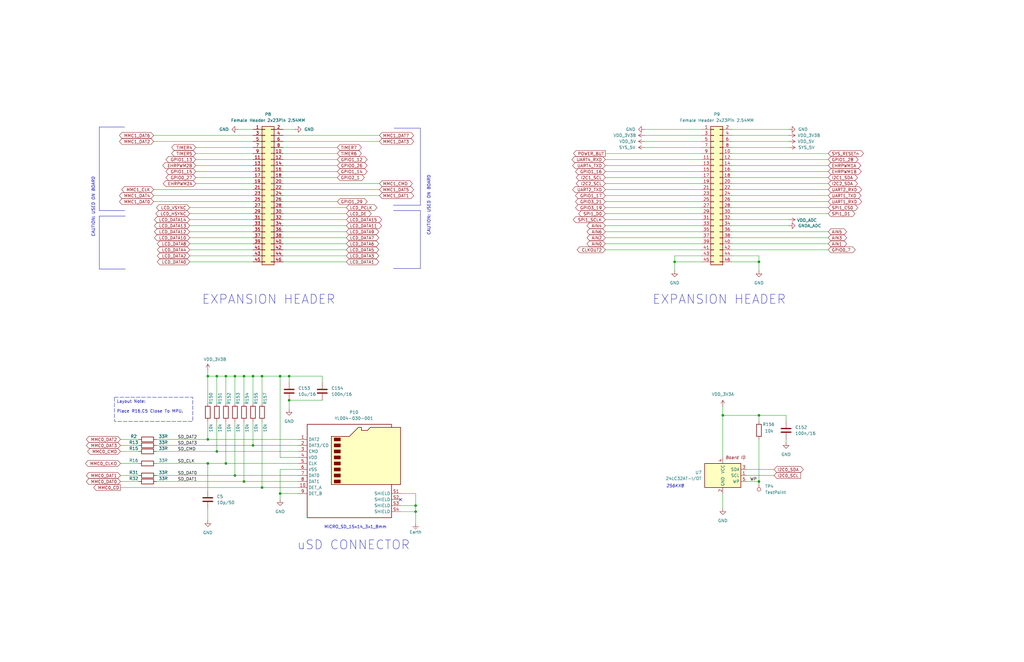
<source format=kicad_sch>
(kicad_sch (version 20231120) (generator "eeschema") (generator_version "8.0")
  (paper "B")
  (title_block (title "EXP CONN, uSD"))
  (lib_symbols
    (symbol "MT41K256M16TW-107_P:AT24CS32-STUM"
      (property "Reference" "U" (at -7.62 6.35 0))
      (property "Value" "AT24CS32-STUM" (at 2.54 -6.35 0))
      (symbol "AT24CS32-STUM_1_1"
        (rectangle (start -7.62 5.08) (end 7.62 -5.08) (stroke (width 0.254)) (fill (type background)))
        (pin input line (at 10.16 0 180) (length 2.54) (name "SCL") (number "1"))
        (pin power_in line (at 0 -7.62 90) (length 2.54) (name "GND") (number "2"))
        (pin bidirectional line (at 10.16 2.54 180) (length 2.54) (name "SDA") (number "3"))
        (pin power_in line (at 0 7.62 270) (length 2.54) (name "VCC") (number "4"))
        (pin input line (at 10.16 -2.54 180) (length 2.54) (name "WP") (number "5"))
      )
    )
    (symbol "MT41K256M16TW-107_P:C" (pin_numbers hide) (pin_names (offset 0.254))
      (property "Reference" "C" (at 0.635 2.54 0))
      (property "Value" "C" (at 0.635 -2.54 0))
      (symbol "C_0_1"
        (polyline (pts (xy -2.032 -0.762) (xy 2.032 -0.762)) (stroke (width 0.508)))
        (polyline (pts (xy -2.032 0.762) (xy 2.032 0.762)) (stroke (width 0.508)))
      )
      (symbol "C_1_1"
        (pin passive line (at 0 3.81 270) (length 2.794) (name "~") (number "1"))
        (pin passive line (at 0 -3.81 90) (length 2.794) (name "~") (number "2"))
      )
    )
    (symbol "MT41K256M16TW-107_P:Conn_02x23_Odd_Even" (pin_names (offset 1.016) hide)
      (property "Reference" "J" (at 1.27 30.48 0))
      (property "Value" "Conn_02x23_Odd_Even" (at 1.27 -30.48 0))
      (symbol "Conn_02x23_Odd_Even_1_1"
        (rectangle (start -1.27 -27.813) (end 0 -28.067) (stroke (width 0.1524)))
        (rectangle (start -1.27 -25.273) (end 0 -25.527) (stroke (width 0.1524)))
        (rectangle (start -1.27 -22.733) (end 0 -22.987) (stroke (width 0.1524)))
        (rectangle (start -1.27 -20.193) (end 0 -20.447) (stroke (width 0.1524)))
        (rectangle (start -1.27 -17.653) (end 0 -17.907) (stroke (width 0.1524)))
        (rectangle (start -1.27 -15.113) (end 0 -15.367) (stroke (width 0.1524)))
        (rectangle (start -1.27 -12.573) (end 0 -12.827) (stroke (width 0.1524)))
        (rectangle (start -1.27 -10.033) (end 0 -10.287) (stroke (width 0.1524)))
        (rectangle (start -1.27 -7.493) (end 0 -7.747) (stroke (width 0.1524)))
        (rectangle (start -1.27 -4.953) (end 0 -5.207) (stroke (width 0.1524)))
        (rectangle (start -1.27 -2.413) (end 0 -2.667) (stroke (width 0.1524)))
        (rectangle (start -1.27 0.127) (end 0 -0.127) (stroke (width 0.1524)))
        (rectangle (start -1.27 2.667) (end 0 2.413) (stroke (width 0.1524)))
        (rectangle (start -1.27 5.207) (end 0 4.953) (stroke (width 0.1524)))
        (rectangle (start -1.27 7.747) (end 0 7.493) (stroke (width 0.1524)))
        (rectangle (start -1.27 10.287) (end 0 10.033) (stroke (width 0.1524)))
        (rectangle (start -1.27 12.827) (end 0 12.573) (stroke (width 0.1524)))
        (rectangle (start -1.27 15.367) (end 0 15.113) (stroke (width 0.1524)))
        (rectangle (start -1.27 17.907) (end 0 17.653) (stroke (width 0.1524)))
        (rectangle (start -1.27 20.447) (end 0 20.193) (stroke (width 0.1524)))
        (rectangle (start -1.27 22.987) (end 0 22.733) (stroke (width 0.1524)))
        (rectangle (start -1.27 25.527) (end 0 25.273) (stroke (width 0.1524)))
        (rectangle (start -1.27 28.067) (end 0 27.813) (stroke (width 0.1524)))
        (rectangle (start -1.27 29.21) (end 3.81 -29.21) (stroke (width 0.254)) (fill (type background)))
        (rectangle (start 3.81 -27.813) (end 2.54 -28.067) (stroke (width 0.1524)))
        (rectangle (start 3.81 -25.273) (end 2.54 -25.527) (stroke (width 0.1524)))
        (rectangle (start 3.81 -22.733) (end 2.54 -22.987) (stroke (width 0.1524)))
        (rectangle (start 3.81 -20.193) (end 2.54 -20.447) (stroke (width 0.1524)))
        (rectangle (start 3.81 -17.653) (end 2.54 -17.907) (stroke (width 0.1524)))
        (rectangle (start 3.81 -15.113) (end 2.54 -15.367) (stroke (width 0.1524)))
        (rectangle (start 3.81 -12.573) (end 2.54 -12.827) (stroke (width 0.1524)))
        (rectangle (start 3.81 -10.033) (end 2.54 -10.287) (stroke (width 0.1524)))
        (rectangle (start 3.81 -7.493) (end 2.54 -7.747) (stroke (width 0.1524)))
        (rectangle (start 3.81 -4.953) (end 2.54 -5.207) (stroke (width 0.1524)))
        (rectangle (start 3.81 -2.413) (end 2.54 -2.667) (stroke (width 0.1524)))
        (rectangle (start 3.81 0.127) (end 2.54 -0.127) (stroke (width 0.1524)))
        (rectangle (start 3.81 2.667) (end 2.54 2.413) (stroke (width 0.1524)))
        (rectangle (start 3.81 5.207) (end 2.54 4.953) (stroke (width 0.1524)))
        (rectangle (start 3.81 7.747) (end 2.54 7.493) (stroke (width 0.1524)))
        (rectangle (start 3.81 10.287) (end 2.54 10.033) (stroke (width 0.1524)))
        (rectangle (start 3.81 12.827) (end 2.54 12.573) (stroke (width 0.1524)))
        (rectangle (start 3.81 15.367) (end 2.54 15.113) (stroke (width 0.1524)))
        (rectangle (start 3.81 17.907) (end 2.54 17.653) (stroke (width 0.1524)))
        (rectangle (start 3.81 20.447) (end 2.54 20.193) (stroke (width 0.1524)))
        (rectangle (start 3.81 22.987) (end 2.54 22.733) (stroke (width 0.1524)))
        (rectangle (start 3.81 25.527) (end 2.54 25.273) (stroke (width 0.1524)))
        (rectangle (start 3.81 28.067) (end 2.54 27.813) (stroke (width 0.1524)))
        (pin passive line (at -5.08 27.94 0) (length 3.81) (name "Pin_1") (number "1"))
        (pin passive line (at 7.62 17.78 180) (length 3.81) (name "Pin_10") (number "10"))
        (pin passive line (at -5.08 15.24 0) (length 3.81) (name "Pin_11") (number "11"))
        (pin passive line (at 7.62 15.24 180) (length 3.81) (name "Pin_12") (number "12"))
        (pin passive line (at -5.08 12.7 0) (length 3.81) (name "Pin_13") (number "13"))
        (pin passive line (at 7.62 12.7 180) (length 3.81) (name "Pin_14") (number "14"))
        (pin passive line (at -5.08 10.16 0) (length 3.81) (name "Pin_15") (number "15"))
        (pin passive line (at 7.62 10.16 180) (length 3.81) (name "Pin_16") (number "16"))
        (pin passive line (at -5.08 7.62 0) (length 3.81) (name "Pin_17") (number "17"))
        (pin passive line (at 7.62 7.62 180) (length 3.81) (name "Pin_18") (number "18"))
        (pin passive line (at -5.08 5.08 0) (length 3.81) (name "Pin_19") (number "19"))
        (pin passive line (at 7.62 27.94 180) (length 3.81) (name "Pin_2") (number "2"))
        (pin passive line (at 7.62 5.08 180) (length 3.81) (name "Pin_20") (number "20"))
        (pin passive line (at -5.08 2.54 0) (length 3.81) (name "Pin_21") (number "21"))
        (pin passive line (at 7.62 2.54 180) (length 3.81) (name "Pin_22") (number "22"))
        (pin passive line (at -5.08 0 0) (length 3.81) (name "Pin_23") (number "23"))
        (pin passive line (at 7.62 0 180) (length 3.81) (name "Pin_24") (number "24"))
        (pin passive line (at -5.08 -2.54 0) (length 3.81) (name "Pin_25") (number "25"))
        (pin passive line (at 7.62 -2.54 180) (length 3.81) (name "Pin_26") (number "26"))
        (pin passive line (at -5.08 -5.08 0) (length 3.81) (name "Pin_27") (number "27"))
        (pin passive line (at 7.62 -5.08 180) (length 3.81) (name "Pin_28") (number "28"))
        (pin passive line (at -5.08 -7.62 0) (length 3.81) (name "Pin_29") (number "29"))
        (pin passive line (at -5.08 25.4 0) (length 3.81) (name "Pin_3") (number "3"))
        (pin passive line (at 7.62 -7.62 180) (length 3.81) (name "Pin_30") (number "30"))
        (pin passive line (at -5.08 -10.16 0) (length 3.81) (name "Pin_31") (number "31"))
        (pin passive line (at 7.62 -10.16 180) (length 3.81) (name "Pin_32") (number "32"))
        (pin passive line (at -5.08 -12.7 0) (length 3.81) (name "Pin_33") (number "33"))
        (pin passive line (at 7.62 -12.7 180) (length 3.81) (name "Pin_34") (number "34"))
        (pin passive line (at -5.08 -15.24 0) (length 3.81) (name "Pin_35") (number "35"))
        (pin passive line (at 7.62 -15.24 180) (length 3.81) (name "Pin_36") (number "36"))
        (pin passive line (at -5.08 -17.78 0) (length 3.81) (name "Pin_37") (number "37"))
        (pin passive line (at 7.62 -17.78 180) (length 3.81) (name "Pin_38") (number "38"))
        (pin passive line (at -5.08 -20.32 0) (length 3.81) (name "Pin_39") (number "39"))
        (pin passive line (at 7.62 25.4 180) (length 3.81) (name "Pin_4") (number "4"))
        (pin passive line (at 7.62 -20.32 180) (length 3.81) (name "Pin_40") (number "40"))
        (pin passive line (at -5.08 -22.86 0) (length 3.81) (name "Pin_41") (number "41"))
        (pin passive line (at 7.62 -22.86 180) (length 3.81) (name "Pin_42") (number "42"))
        (pin passive line (at -5.08 -25.4 0) (length 3.81) (name "Pin_43") (number "43"))
        (pin passive line (at 7.62 -25.4 180) (length 3.81) (name "Pin_44") (number "44"))
        (pin passive line (at -5.08 -27.94 0) (length 3.81) (name "Pin_45") (number "45"))
        (pin passive line (at 7.62 -27.94 180) (length 3.81) (name "Pin_46") (number "46"))
        (pin passive line (at -5.08 22.86 0) (length 3.81) (name "Pin_5") (number "5"))
        (pin passive line (at 7.62 22.86 180) (length 3.81) (name "Pin_6") (number "6"))
        (pin passive line (at -5.08 20.32 0) (length 3.81) (name "Pin_7") (number "7"))
        (pin passive line (at 7.62 20.32 180) (length 3.81) (name "Pin_8") (number "8"))
        (pin passive line (at -5.08 17.78 0) (length 3.81) (name "Pin_9") (number "9"))
      )
    )
    (symbol "MT41K256M16TW-107_P:Micro_SD_Card_Det2"
      (property "Reference" "J2" (at 0.635 21.59 0))
      (property "Value" "Micro_SD_Card_Det2" (at 0.635 19.05 0))
      (symbol "Micro_SD_Card_Det2_0_1"
        (rectangle (start -7.62 -6.985) (end -5.08 -8.255) (stroke (width 0.254)) (fill (type outline)))
        (rectangle (start -7.62 -4.445) (end -5.08 -5.715) (stroke (width 0.254)) (fill (type outline)))
        (rectangle (start -7.62 -1.905) (end -5.08 -3.175) (stroke (width 0.254)) (fill (type outline)))
        (rectangle (start -7.62 0.635) (end -5.08 -0.635) (stroke (width 0.254)) (fill (type outline)))
        (rectangle (start -7.62 3.175) (end -5.08 1.905) (stroke (width 0.254)) (fill (type outline)))
        (rectangle (start -7.62 5.715) (end -5.08 4.445) (stroke (width 0.254)) (fill (type outline)))
        (rectangle (start -7.62 8.255) (end -5.08 6.985) (stroke (width 0.254)) (fill (type outline)))
        (rectangle (start -7.62 10.795) (end -5.08 9.525) (stroke (width 0.254)) (fill (type outline)))
        (polyline (pts (xy 16.51 15.24) (xy 16.51 16.51) (xy -19.05 16.51) (xy -19.05 -22.86) (xy 16.51 -22.86) (xy 16.51 -8.89)) (stroke (width 0.254)))
        (polyline (pts (xy -8.89 -8.89) (xy -8.89 11.43) (xy -1.27 11.43) (xy 2.54 15.24) (xy 3.81 15.24) (xy 3.81 13.97) (xy 6.35 13.97) (xy 7.62 15.24) (xy 20.32 15.24) (xy 20.32 -8.89) (xy -8.89 -8.89)) (stroke (width 0.254)) (fill (type background)))
      )
      (symbol "Micro_SD_Card_Det2_1_1"
        (pin bidirectional line (at -22.86 10.16 0) (length 3.81) (name "DAT2") (number "1"))
        (pin passive line (at -22.86 -10.16 0) (length 3.81) (name "DET_A") (number "10"))
        (pin bidirectional line (at -22.86 7.62 0) (length 3.81) (name "DAT3/CD") (number "2"))
        (pin input line (at -22.86 5.08 0) (length 3.81) (name "CMD") (number "3"))
        (pin power_in line (at -22.86 2.54 0) (length 3.81) (name "VDD") (number "4"))
        (pin input line (at -22.86 0 0) (length 3.81) (name "CLK") (number "5"))
        (pin power_in line (at -22.86 -2.54 0) (length 3.81) (name "VSS") (number "6"))
        (pin bidirectional line (at -22.86 -5.08 0) (length 3.81) (name "DAT0") (number "7"))
        (pin bidirectional line (at -22.86 -7.62 0) (length 3.81) (name "DAT1") (number "8"))
        (pin passive line (at -22.86 -12.7 0) (length 3.81) (name "DET_B") (number "9"))
        (pin passive line (at 20.32 -12.7 180) (length 3.81) (name "SHIELD") (number "S1"))
        (pin passive line (at 20.32 -15.24 180) (length 3.81) (name "SHIELD") (number "S2"))
        (pin passive line (at 20.32 -17.78 180) (length 3.81) (name "SHIELD") (number "S3"))
        (pin passive line (at 20.32 -20.32 180) (length 3.81) (name "SHIELD") (number "S4"))
      )
    )
    (symbol "MT41K256M16TW-107_P:R" (pin_numbers hide) (pin_names (offset 0))
      (property "Reference" "R" (at 2.032 0 90))
      (property "Value" "R" (at 0 0 90))
      (symbol "R_0_1"
        (rectangle (start -1.016 -2.54) (end 1.016 2.54) (stroke (width 0.254)))
      )
      (symbol "R_1_1"
        (pin passive line (at 0 3.81 270) (length 1.27) (name "~") (number "1"))
        (pin passive line (at 0 -3.81 90) (length 1.27) (name "~") (number "2"))
      )
    )
    (symbol "MT41K256M16TW-107_P:TestPoint" (pin_numbers hide) (pin_names (offset 0.762) hide)
      (property "Reference" "TP" (at 0 6.858 0))
      (property "Value" "TestPoint" (at 0 5.08 0))
      (symbol "TestPoint_0_1"
        (circle (center 0 3.302) (radius 0.762))
      )
      (symbol "TestPoint_1_1"
        (pin passive line (at 0 0 90) (length 2.54) (name "1") (number "1"))
      )
    )
    (symbol "power:Earth" (power) (pin_numbers hide) (pin_names (offset 0) hide)
      (property "Value" "Earth" (at 0 -3.81 0))
      (symbol "Earth_0_1"
        (polyline (pts (xy -0.635 -1.905) (xy 0.635 -1.905)))
        (polyline (pts (xy -0.127 -2.54) (xy 0.127 -2.54)))
        (polyline (pts (xy 0 -1.27) (xy 0 0)))
        (polyline (pts (xy 1.27 -1.27) (xy -1.27 -1.27)))
      )
      (symbol "Earth_1_1"
        (pin power_in line (at 0 0 270) (length 0) (name "~") (number "1"))
      )
    )
    (symbol "power:GND" (power) (pin_numbers hide) (pin_names (offset 0) hide)
      (property "Value" "GND" (at 0 -3.81 0))
      (symbol "GND_0_1"
        (polyline (pts (xy 0 0) (xy 0 -1.27) (xy 1.27 -1.27) (xy 0 -2.54) (xy -1.27 -1.27) (xy 0 -1.27)))
      )
      (symbol "GND_1_1"
        (pin power_in line (at 0 0 270) (length 0) (name "~") (number "1"))
      )
    )
    (symbol "power:VD" (power) (pin_numbers hide) (pin_names (offset 0) hide)
      (property "Value" "VD" (at 0 3.556 0))
      (symbol "VD_0_1"
        (polyline (pts (xy -0.762 1.27) (xy 0 2.54)))
        (polyline (pts (xy 0 0) (xy 0 2.54)))
        (polyline (pts (xy 0 2.54) (xy 0.762 1.27)))
      )
      (symbol "VD_1_1"
        (pin power_in line (at 0 0 90) (length 0) (name "~") (number "1"))
      )
    )
  )
  (junction (at 95.25 195.58))
  (junction (at 121.92 168.91))
  (junction (at 87.63 185.42))
  (junction (at 118.11 158.75))
  (junction (at 175.26 213.36))
  (junction (at 99.06 158.75))
  (junction (at 175.26 215.9))
  (junction (at 102.87 203.2))
  (junction (at 87.63 158.75))
  (junction (at 99.06 200.66))
  (junction (at 121.92 158.75))
  (junction (at 91.44 158.75))
  (junction (at 106.68 187.96))
  (junction (at 320.04 110.49))
  (junction (at 320.04 203.2))
  (junction (at 118.11 208.28))
  (junction (at 102.87 158.75))
  (junction (at 110.49 158.75))
  (junction (at 87.63 195.58))
  (junction (at 95.25 158.75))
  (junction (at 110.49 205.74))
  (junction (at 320.04 175.26))
  (junction (at 106.68 158.75))
  (junction (at 304.8 175.26))
  (junction (at 91.44 190.5))
  (junction (at 284.48 110.49))
  (no_connect (at 168.91 210.82))
  (wire (pts (xy 82.55 62.23) (xy 106.68 62.23)))
  (wire (pts (xy 308.61 62.23) (xy 332.74 62.23)))
  (wire (pts (xy 119.38 57.15) (xy 160.02 57.15)))
  (wire (pts (xy 91.44 177.8) (xy 91.44 190.5)))
  (wire (pts (xy 125.73 198.12) (xy 118.11 198.12)))
  (wire (pts (xy 118.11 193.04) (xy 125.73 193.04)))
  (wire (pts (xy 66.04 200.66) (xy 99.06 200.66)))
  (wire (pts (xy 80.01 107.95) (xy 106.68 107.95)))
  (wire (pts (xy 255.27 77.47) (xy 295.91 77.47)))
  (wire (pts (xy 119.38 77.47) (xy 160.02 77.47)))
  (wire (pts (xy 255.27 67.31) (xy 295.91 67.31)))
  (wire (pts (xy 80.01 105.41) (xy 106.68 105.41)))
  (wire (pts (xy 99.06 177.8) (xy 99.06 200.66)))
  (wire (pts (xy 119.38 105.41) (xy 146.05 105.41)))
  (wire (pts (xy 255.27 105.41) (xy 295.91 105.41)))
  (wire (pts (xy 121.92 158.75) (xy 121.92 161.29)))
  (wire (pts (xy 66.04 195.58) (xy 87.63 195.58)))
  (wire (pts (xy 66.04 185.42) (xy 87.63 185.42)))
  (wire (pts (xy 255.27 80.01) (xy 295.91 80.01)))
  (wire (pts (xy 255.27 100.33) (xy 295.91 100.33)))
  (wire (pts (xy 255.27 102.87) (xy 295.91 102.87)))
  (wire (pts (xy 255.27 90.17) (xy 295.91 90.17)))
  (wire (pts (xy 308.61 105.41) (xy 349.25 105.41)))
  (wire (pts (xy 308.61 95.25) (xy 332.74 95.25)))
  (wire (pts (xy 87.63 177.8) (xy 87.63 185.42)))
  (wire (pts (xy 50.8 200.66) (xy 58.42 200.66)))
  (wire (pts (xy 255.27 97.79) (xy 295.91 97.79)))
  (wire (pts (xy 308.61 54.61) (xy 332.74 54.61)))
  (wire (pts (xy 102.87 177.8) (xy 102.87 203.2)))
  (wire (pts (xy 119.38 64.77) (xy 142.24 64.77)))
  (wire (pts (xy 320.04 175.26) (xy 304.8 175.26)))
  (wire (pts (xy 106.68 187.96) (xy 125.73 187.96)))
  (wire (pts (xy 100.33 54.61) (xy 106.68 54.61)))
  (wire (pts (xy 255.27 72.39) (xy 295.91 72.39)))
  (wire (pts (xy 95.25 158.75) (xy 99.06 158.75)))
  (wire (pts (xy 119.38 59.69) (xy 160.02 59.69)))
  (wire (pts (xy 64.77 80.01) (xy 106.68 80.01)))
  (wire (pts (xy 50.8 203.2) (xy 58.42 203.2)))
  (wire (pts (xy 308.61 82.55) (xy 349.25 82.55)))
  (wire (pts (xy 87.63 195.58) (xy 87.63 207.01)))
  (polyline (pts (xy 177.292 54.102) (xy 177.292 86.614)))
  (wire (pts (xy 80.01 100.33) (xy 106.68 100.33)))
  (polyline (pts (xy 166.116 54.102) (xy 177.292 54.102)))
  (wire (pts (xy 331.47 175.26) (xy 331.47 177.8)))
  (wire (pts (xy 118.11 198.12) (xy 118.11 208.28)))
  (wire (pts (xy 87.63 219.71) (xy 87.63 214.63)))
  (wire (pts (xy 64.77 59.69) (xy 106.68 59.69)))
  (wire (pts (xy 95.25 195.58) (xy 125.73 195.58)))
  (wire (pts (xy 168.91 215.9) (xy 175.26 215.9)))
  (wire (pts (xy 304.8 214.63) (xy 304.8 208.28)))
  (wire (pts (xy 80.01 87.63) (xy 106.68 87.63)))
  (polyline (pts (xy 165.862 113.284) (xy 177.292 113.284)))
  (wire (pts (xy 308.61 74.93) (xy 349.25 74.93)))
  (wire (pts (xy 64.77 82.55) (xy 106.68 82.55)))
  (wire (pts (xy 102.87 158.75) (xy 102.87 170.18)))
  (wire (pts (xy 99.06 158.75) (xy 102.87 158.75)))
  (wire (pts (xy 66.04 190.5) (xy 91.44 190.5)))
  (wire (pts (xy 308.61 102.87) (xy 349.25 102.87)))
  (wire (pts (xy 308.61 85.09) (xy 349.25 85.09)))
  (wire (pts (xy 102.87 158.75) (xy 106.68 158.75)))
  (wire (pts (xy 314.96 200.66) (xy 326.39 200.66)))
  (wire (pts (xy 50.8 187.96) (xy 58.42 187.96)))
  (wire (pts (xy 175.26 208.28) (xy 175.26 213.36)))
  (wire (pts (xy 118.11 208.28) (xy 125.73 208.28)))
  (wire (pts (xy 64.77 85.09) (xy 106.68 85.09)))
  (wire (pts (xy 110.49 158.75) (xy 118.11 158.75)))
  (wire (pts (xy 82.55 77.47) (xy 106.68 77.47)))
  (wire (pts (xy 119.38 62.23) (xy 142.24 62.23)))
  (wire (pts (xy 308.61 90.17) (xy 349.25 90.17)))
  (wire (pts (xy 50.8 195.58) (xy 58.42 195.58)))
  (wire (pts (xy 91.44 158.75) (xy 95.25 158.75)))
  (wire (pts (xy 119.38 110.49) (xy 146.05 110.49)))
  (wire (pts (xy 320.04 110.49) (xy 320.04 114.3)))
  (wire (pts (xy 308.61 67.31) (xy 349.25 67.31)))
  (wire (pts (xy 82.55 74.93) (xy 106.68 74.93)))
  (wire (pts (xy 66.04 187.96) (xy 106.68 187.96)))
  (wire (pts (xy 308.61 110.49) (xy 320.04 110.49)))
  (wire (pts (xy 106.68 158.75) (xy 106.68 170.18)))
  (wire (pts (xy 80.01 110.49) (xy 106.68 110.49)))
  (wire (pts (xy 119.38 80.01) (xy 160.02 80.01)))
  (wire (pts (xy 118.11 158.75) (xy 118.11 193.04)))
  (wire (pts (xy 295.91 107.95) (xy 284.48 107.95)))
  (wire (pts (xy 168.91 208.28) (xy 175.26 208.28)))
  (wire (pts (xy 314.96 198.12) (xy 326.39 198.12)))
  (wire (pts (xy 295.91 62.23) (xy 271.78 62.23)))
  (wire (pts (xy 295.91 54.61) (xy 271.78 54.61)))
  (wire (pts (xy 119.38 87.63) (xy 146.05 87.63)))
  (wire (pts (xy 80.01 90.17) (xy 106.68 90.17)))
  (wire (pts (xy 119.38 54.61) (xy 124.46 54.61)))
  (wire (pts (xy 304.8 175.26) (xy 304.8 193.04)))
  (wire (pts (xy 320.04 175.26) (xy 320.04 177.8)))
  (wire (pts (xy 119.38 90.17) (xy 146.05 90.17)))
  (polyline (pts (xy 41.91 88.9) (xy 52.578 88.9)))
  (wire (pts (xy 110.49 158.75) (xy 110.49 170.18)))
  (wire (pts (xy 121.92 168.91) (xy 121.92 172.72)))
  (wire (pts (xy 255.27 82.55) (xy 295.91 82.55)))
  (wire (pts (xy 64.77 57.15) (xy 106.68 57.15)))
  (wire (pts (xy 121.92 168.91) (xy 135.89 168.91)))
  (wire (pts (xy 82.55 69.85) (xy 106.68 69.85)))
  (wire (pts (xy 118.11 158.75) (xy 121.92 158.75)))
  (wire (pts (xy 119.38 97.79) (xy 146.05 97.79)))
  (wire (pts (xy 255.27 74.93) (xy 295.91 74.93)))
  (wire (pts (xy 119.38 100.33) (xy 146.05 100.33)))
  (wire (pts (xy 295.91 57.15) (xy 271.78 57.15)))
  (wire (pts (xy 119.38 82.55) (xy 160.02 82.55)))
  (wire (pts (xy 168.91 213.36) (xy 175.26 213.36)))
  (wire (pts (xy 308.61 87.63) (xy 349.25 87.63)))
  (wire (pts (xy 106.68 158.75) (xy 110.49 158.75)))
  (wire (pts (xy 175.26 215.9) (xy 175.26 220.98)))
  (wire (pts (xy 304.8 171.45) (xy 304.8 175.26)))
  (wire (pts (xy 80.01 102.87) (xy 106.68 102.87)))
  (wire (pts (xy 308.61 100.33) (xy 349.25 100.33)))
  (wire (pts (xy 119.38 95.25) (xy 146.05 95.25)))
  (wire (pts (xy 119.38 72.39) (xy 142.24 72.39)))
  (wire (pts (xy 255.27 92.71) (xy 295.91 92.71)))
  (wire (pts (xy 255.27 95.25) (xy 295.91 95.25)))
  (wire (pts (xy 91.44 158.75) (xy 91.44 170.18)))
  (wire (pts (xy 308.61 107.95) (xy 320.04 107.95)))
  (wire (pts (xy 87.63 195.58) (xy 95.25 195.58)))
  (polyline (pts (xy 52.832 91.186) (xy 41.91 91.186)))
  (wire (pts (xy 91.44 190.5) (xy 125.73 190.5)))
  (wire (pts (xy 135.89 158.75) (xy 135.89 161.29)))
  (wire (pts (xy 87.63 170.18) (xy 87.63 158.75)))
  (wire (pts (xy 121.92 158.75) (xy 135.89 158.75)))
  (wire (pts (xy 308.61 80.01) (xy 349.25 80.01)))
  (wire (pts (xy 295.91 110.49) (xy 284.48 110.49)))
  (wire (pts (xy 80.01 92.71) (xy 106.68 92.71)))
  (wire (pts (xy 308.61 77.47) (xy 349.25 77.47)))
  (wire (pts (xy 331.47 175.26) (xy 320.04 175.26)))
  (wire (pts (xy 82.55 72.39) (xy 106.68 72.39)))
  (wire (pts (xy 119.38 69.85) (xy 142.24 69.85)))
  (wire (pts (xy 308.61 92.71) (xy 332.74 92.71)))
  (wire (pts (xy 95.25 158.75) (xy 95.25 170.18)))
  (wire (pts (xy 175.26 213.36) (xy 175.26 215.9)))
  (wire (pts (xy 80.01 97.79) (xy 106.68 97.79)))
  (wire (pts (xy 308.61 57.15) (xy 332.74 57.15)))
  (wire (pts (xy 308.61 72.39) (xy 349.25 72.39)))
  (wire (pts (xy 255.27 69.85) (xy 295.91 69.85)))
  (wire (pts (xy 308.61 97.79) (xy 349.25 97.79)))
  (wire (pts (xy 119.38 67.31) (xy 142.24 67.31)))
  (wire (pts (xy 314.96 203.2) (xy 320.04 203.2)))
  (wire (pts (xy 95.25 177.8) (xy 95.25 195.58)))
  (wire (pts (xy 320.04 185.42) (xy 320.04 203.2)))
  (wire (pts (xy 99.06 158.75) (xy 99.06 170.18)))
  (polyline (pts (xy 165.862 86.614) (xy 177.292 86.614)))
  (wire (pts (xy 80.01 95.25) (xy 106.68 95.25)))
  (polyline (pts (xy 177.292 88.9) (xy 177.292 113.284)))
  (wire (pts (xy 308.61 64.77) (xy 349.25 64.77)))
  (wire (pts (xy 119.38 92.71) (xy 146.05 92.71)))
  (wire (pts (xy 119.38 102.87) (xy 146.05 102.87)))
  (polyline (pts (xy 41.91 113.538) (xy 52.832 113.538)))
  (wire (pts (xy 255.27 64.77) (xy 295.91 64.77)))
  (polyline (pts (xy 165.862 88.9) (xy 177.292 88.9)))
  (wire (pts (xy 87.63 185.42) (xy 125.73 185.42)))
  (wire (pts (xy 50.8 185.42) (xy 58.42 185.42)))
  (wire (pts (xy 284.48 107.95) (xy 284.48 110.49)))
  (wire (pts (xy 110.49 205.74) (xy 125.73 205.74)))
  (wire (pts (xy 102.87 203.2) (xy 125.73 203.2)))
  (wire (pts (xy 99.06 200.66) (xy 125.73 200.66)))
  (wire (pts (xy 308.61 59.69) (xy 332.74 59.69)))
  (wire (pts (xy 87.63 156.21) (xy 87.63 158.75)))
  (wire (pts (xy 308.61 69.85) (xy 349.25 69.85)))
  (wire (pts (xy 119.38 74.93) (xy 142.24 74.93)))
  (wire (pts (xy 295.91 59.69) (xy 271.78 59.69)))
  (wire (pts (xy 119.38 107.95) (xy 146.05 107.95)))
  (wire (pts (xy 255.27 87.63) (xy 295.91 87.63)))
  (wire (pts (xy 119.38 85.09) (xy 142.24 85.09)))
  (polyline (pts (xy 41.91 91.186) (xy 41.91 113.538)))
  (wire (pts (xy 331.47 186.69) (xy 331.47 185.42)))
  (wire (pts (xy 118.11 208.28) (xy 118.11 210.82)))
  (wire (pts (xy 50.8 190.5) (xy 58.42 190.5)))
  (wire (pts (xy 255.27 85.09) (xy 295.91 85.09)))
  (wire (pts (xy 110.49 177.8) (xy 110.49 205.74)))
  (wire (pts (xy 82.55 67.31) (xy 106.68 67.31)))
  (wire (pts (xy 284.48 110.49) (xy 284.48 114.3)))
  (wire (pts (xy 82.55 64.77) (xy 106.68 64.77)))
  (wire (pts (xy 320.04 107.95) (xy 320.04 110.49)))
  (wire (pts (xy 66.04 203.2) (xy 102.87 203.2)))
  (wire (pts (xy 50.8 205.74) (xy 110.49 205.74)))
  (wire (pts (xy 106.68 177.8) (xy 106.68 187.96)))
  (polyline (pts (xy 41.91 53.594) (xy 41.91 88.9)))
  (wire (pts (xy 87.63 158.75) (xy 91.44 158.75)))
  (polyline (pts (xy 52.578 53.594) (xy 41.91 53.594)))
  (text_box "Layout Note:\n\nPlace R16,C5 Close To MPU." (at 48.26 167.64 0) (size 33.02 10.16) (stroke (width 0) (type dash)) (effects (font (size 1.27 1.27)) (justify left top)))
  (text "uSD CONNECTOR" (at 149.098 230.124 0) (effects (font (size 3.81 3.81))))
  (text "Board ID" (at 310.134 193.294 0) (effects (font (size 1.27 1.27) (italic yes))))
  (text "EXPANSION HEADER" (at 113.284 126.492 0) (effects (font (size 3.81 3.81))))
  (text "EXPANSION HEADER" (at 303.276 126.492 0) (effects (font (size 3.81 3.81))))
  (text "MICRO_SD_15x14_3x1_8mm" (at 149.86 222.504 0) (effects (font (size 1.27 1.27))))
  (text "CAUTION: USED ON BOARD" (at 39.37 87.376 90) (effects (font (size 1.27 1.27) (italic yes))))
  (text "CAUTION: USED ON BOARD" (at 180.848 86.614 90) (effects (font (size 1.27 1.27))))
  (text "256KX8" (at 284.734 205.232 0) (effects (font (size 1.27 1.27) (italic yes))))
  (label "SD_DAT1" (at 74.93 203.2 0))
  (label "SD_DAT3" (at 74.93 187.96 0))
  (label "SD_DAT2" (at 74.93 185.42 0))
  (label "SD_CLK" (at 74.93 195.58 0))
  (label "WP" (at 316.23 203.2 0))
  (label "SD_DAT0" (at 74.93 200.66 0))
  (label "SD_CMD" (at 74.93 190.5 0))
  (global_label "MMC0_DAT0" (shape bidirectional) (at 50.8 203.2 180) (property "Intersheetrefs" "${INTERSHEET_REFS}" (effects (hide yes))))
  (global_label "GPIO1_28" (shape bidirectional) (at 349.25 67.31 0) (property "Intersheetrefs" "${INTERSHEET_REFS}" (effects (hide yes))))
  (global_label "LCD_DATA6" (shape bidirectional) (at 146.05 102.87 0) (property "Intersheetrefs" "${INTERSHEET_REFS}" (effects (hide yes))))
  (global_label "MMC0_DAT3" (shape bidirectional) (at 50.8 187.96 180) (property "Intersheetrefs" "${INTERSHEET_REFS}" (effects (hide yes))))
  (global_label "GPIO1_15" (shape bidirectional) (at 82.55 72.39 180) (property "Intersheetrefs" "${INTERSHEET_REFS}" (effects (hide yes))))
  (global_label "EHRPWM2B" (shape bidirectional) (at 82.55 69.85 180) (property "Intersheetrefs" "${INTERSHEET_REFS}" (effects (hide yes))))
  (global_label "TIMER6" (shape bidirectional) (at 142.24 64.77 0) (property "Intersheetrefs" "${INTERSHEET_REFS}" (effects (hide yes))))
  (global_label "GPIO1_17" (shape bidirectional) (at 255.27 82.55 180) (property "Intersheetrefs" "${INTERSHEET_REFS}" (effects (hide yes))))
  (global_label "GPIO2_1" (shape bidirectional) (at 142.24 74.93 0) (property "Intersheetrefs" "${INTERSHEET_REFS}" (effects (hide yes))))
  (global_label "MMC1_DAT4" (shape bidirectional) (at 64.77 82.55 180) (property "Intersheetrefs" "${INTERSHEET_REFS}" (effects (hide yes))))
  (global_label "AIN1" (shape bidirectional) (at 349.25 102.87 0) (property "Intersheetrefs" "${INTERSHEET_REFS}" (effects (hide yes))))
  (global_label "LCD_DATA11" (shape bidirectional) (at 146.05 95.25 0) (property "Intersheetrefs" "${INTERSHEET_REFS}" (effects (hide yes))))
  (global_label "MMC1_DAT3" (shape bidirectional) (at 160.02 59.69 0) (property "Intersheetrefs" "${INTERSHEET_REFS}" (effects (hide yes))))
  (global_label "LCD_DATA7" (shape bidirectional) (at 146.05 100.33 0) (property "Intersheetrefs" "${INTERSHEET_REFS}" (effects (hide yes))))
  (global_label "LCD_DATA8" (shape bidirectional) (at 80.01 102.87 180) (property "Intersheetrefs" "${INTERSHEET_REFS}" (effects (hide yes))))
  (global_label "LCD_DATA2" (shape bidirectional) (at 80.01 107.95 180) (property "Intersheetrefs" "${INTERSHEET_REFS}" (effects (hide yes))))
  (global_label "GPIO0_7" (shape bidirectional) (at 349.25 105.41 0) (property "Intersheetrefs" "${INTERSHEET_REFS}" (effects (hide yes))))
  (global_label "TIMER7" (shape bidirectional) (at 142.24 62.23 0) (property "Intersheetrefs" "${INTERSHEET_REFS}" (effects (hide yes))))
  (global_label "SPI1_SCLK" (shape bidirectional) (at 255.27 92.71 180) (property "Intersheetrefs" "${INTERSHEET_REFS}" (effects (hide yes))))
  (global_label "AIN0" (shape bidirectional) (at 255.27 102.87 180) (property "Intersheetrefs" "${INTERSHEET_REFS}" (effects (hide yes))))
  (global_label "AIN2" (shape bidirectional) (at 255.27 100.33 180) (property "Intersheetrefs" "${INTERSHEET_REFS}" (effects (hide yes))))
  (global_label "LCD_DATA3" (shape bidirectional) (at 146.05 107.95 0) (property "Intersheetrefs" "${INTERSHEET_REFS}" (effects (hide yes))))
  (global_label "POWER_BUT" (shape output) (at 255.27 64.77 180) (property "Intersheetrefs" "${INTERSHEET_REFS}" (effects (hide yes))))
  (global_label "I2C1_SDA" (shape bidirectional) (at 349.25 74.93 0) (property "Intersheetrefs" "${INTERSHEET_REFS}" (effects (hide yes))))
  (global_label "AIN4" (shape bidirectional) (at 255.27 95.25 180) (property "Intersheetrefs" "${INTERSHEET_REFS}" (effects (hide yes))))
  (global_label "LCD_DATA4" (shape bidirectional) (at 80.01 105.41 180) (property "Intersheetrefs" "${INTERSHEET_REFS}" (effects (hide yes))))
  (global_label "TIMER5" (shape bidirectional) (at 82.55 64.77 180) (property "Intersheetrefs" "${INTERSHEET_REFS}" (effects (hide yes))))
  (global_label "MMC1_DAT6" (shape bidirectional) (at 64.77 57.15 180) (property "Intersheetrefs" "${INTERSHEET_REFS}" (effects (hide yes))))
  (global_label "LCD_DATA12" (shape bidirectional) (at 80.01 97.79 180) (property "Intersheetrefs" "${INTERSHEET_REFS}" (effects (hide yes))))
  (global_label "GPIO0_26" (shape bidirectional) (at 142.24 69.85 0) (property "Intersheetrefs" "${INTERSHEET_REFS}" (effects (hide yes))))
  (global_label "LCD_DATA0" (shape bidirectional) (at 80.01 110.49 180) (property "Intersheetrefs" "${INTERSHEET_REFS}" (effects (hide yes))))
  (global_label "SYS_RESETn" (shape bidirectional) (at 349.25 64.77 0) (property "Intersheetrefs" "${INTERSHEET_REFS}" (effects (hide yes))))
  (global_label "CLKOUT2" (shape bidirectional) (at 255.27 105.41 180) (property "Intersheetrefs" "${INTERSHEET_REFS}" (effects (hide yes))))
  (global_label "MMC0_CD" (shape output) (at 50.8 205.74 180) (property "Intersheetrefs" "${INTERSHEET_REFS}" (effects (hide yes))))
  (global_label "GPIO1_14" (shape bidirectional) (at 142.24 72.39 0) (property "Intersheetrefs" "${INTERSHEET_REFS}" (effects (hide yes))))
  (global_label "AIN6" (shape bidirectional) (at 255.27 97.79 180) (property "Intersheetrefs" "${INTERSHEET_REFS}" (effects (hide yes))))
  (global_label "SPI1_D0" (shape bidirectional) (at 255.27 90.17 180) (property "Intersheetrefs" "${INTERSHEET_REFS}" (effects (hide yes))))
  (global_label "LCD_DATA14" (shape bidirectional) (at 80.01 92.71 180) (property "Intersheetrefs" "${INTERSHEET_REFS}" (effects (hide yes))))
  (global_label "EHRPWM1B" (shape bidirectional) (at 349.25 72.39 0) (property "Intersheetrefs" "${INTERSHEET_REFS}" (effects (hide yes))))
  (global_label "MMC0_CMD" (shape bidirectional) (at 50.8 190.5 180) (property "Intersheetrefs" "${INTERSHEET_REFS}" (effects (hide yes))))
  (global_label "I2C2_SCL" (shape bidirectional) (at 255.27 77.47 180) (property "Intersheetrefs" "${INTERSHEET_REFS}" (effects (hide yes))))
  (global_label "MMC1_DAT5" (shape bidirectional) (at 160.02 80.01 0) (property "Intersheetrefs" "${INTERSHEET_REFS}" (effects (hide yes))))
  (global_label "MMC1_DAT0" (shape bidirectional) (at 64.77 85.09 180) (property "Intersheetrefs" "${INTERSHEET_REFS}" (effects (hide yes))))
  (global_label "GPIO0_27" (shape bidirectional) (at 82.55 74.93 180) (property "Intersheetrefs" "${INTERSHEET_REFS}" (effects (hide yes))))
  (global_label "I2C0_SDA" (shape bidirectional) (at 326.39 198.12 0) (property "Intersheetrefs" "${INTERSHEET_REFS}" (effects (hide yes))))
  (global_label "LCD_DATA13" (shape bidirectional) (at 80.01 95.25 180) (property "Intersheetrefs" "${INTERSHEET_REFS}" (effects (hide yes))))
  (global_label "AIN5" (shape bidirectional) (at 349.25 97.79 0) (property "Intersheetrefs" "${INTERSHEET_REFS}" (effects (hide yes))))
  (global_label "LCD_DE" (shape bidirectional) (at 146.05 90.17 0) (property "Intersheetrefs" "${INTERSHEET_REFS}" (effects (hide yes))))
  (global_label "UART4_TXD" (shape bidirectional) (at 255.27 69.85 180) (property "Intersheetrefs" "${INTERSHEET_REFS}" (effects (hide yes))))
  (global_label "MMC1_DAT1" (shape bidirectional) (at 160.02 82.55 0) (property "Intersheetrefs" "${INTERSHEET_REFS}" (effects (hide yes))))
  (global_label "MMC1_CMD" (shape bidirectional) (at 160.02 77.47 0) (property "Intersheetrefs" "${INTERSHEET_REFS}" (effects (hide yes))))
  (global_label "UART2_TXD" (shape bidirectional) (at 255.27 80.01 180) (property "Intersheetrefs" "${INTERSHEET_REFS}" (effects (hide yes))))
  (global_label "UART1_RXD" (shape bidirectional) (at 349.25 85.09 0) (property "Intersheetrefs" "${INTERSHEET_REFS}" (effects (hide yes))))
  (global_label "AIN3" (shape bidirectional) (at 349.25 100.33 0) (property "Intersheetrefs" "${INTERSHEET_REFS}" (effects (hide yes))))
  (global_label "I2C1_SCL" (shape bidirectional) (at 255.27 74.93 180) (property "Intersheetrefs" "${INTERSHEET_REFS}" (effects (hide yes))))
  (global_label "SPI1_CS0" (shape bidirectional) (at 349.25 87.63 0) (property "Intersheetrefs" "${INTERSHEET_REFS}" (effects (hide yes))))
  (global_label "MMC1_CLK" (shape bidirectional) (at 64.77 80.01 180) (property "Intersheetrefs" "${INTERSHEET_REFS}" (effects (hide yes))))
  (global_label "TIMER4" (shape bidirectional) (at 82.55 62.23 180) (property "Intersheetrefs" "${INTERSHEET_REFS}" (effects (hide yes))))
  (global_label "GPIO1_12" (shape bidirectional) (at 142.24 67.31 0) (property "Intersheetrefs" "${INTERSHEET_REFS}" (effects (hide yes))))
  (global_label "UART2_RXD" (shape bidirectional) (at 349.25 80.01 0) (property "Intersheetrefs" "${INTERSHEET_REFS}" (effects (hide yes))))
  (global_label "UART1_TXD" (shape bidirectional) (at 349.25 82.55 0) (property "Intersheetrefs" "${INTERSHEET_REFS}" (effects (hide yes))))
  (global_label "GPIO3_19" (shape bidirectional) (at 255.27 87.63 180) (property "Intersheetrefs" "${INTERSHEET_REFS}" (effects (hide yes))))
  (global_label "LCD_PCLK" (shape bidirectional) (at 146.05 87.63 0) (property "Intersheetrefs" "${INTERSHEET_REFS}" (effects (hide yes))))
  (global_label "LCD_DATA15" (shape bidirectional) (at 146.05 92.71 0) (property "Intersheetrefs" "${INTERSHEET_REFS}" (effects (hide yes))))
  (global_label "LCD_HSYNC" (shape bidirectional) (at 80.01 90.17 180) (property "Intersheetrefs" "${INTERSHEET_REFS}" (effects (hide yes))))
  (global_label "EHRPWM2A" (shape bidirectional) (at 82.55 77.47 180) (property "Intersheetrefs" "${INTERSHEET_REFS}" (effects (hide yes))))
  (global_label "MMC0_DAT2" (shape bidirectional) (at 50.8 185.42 180) (property "Intersheetrefs" "${INTERSHEET_REFS}" (effects (hide yes))))
  (global_label "LCD_DATA10" (shape bidirectional) (at 80.01 100.33 180) (property "Intersheetrefs" "${INTERSHEET_REFS}" (effects (hide yes))))
  (global_label "EHRPWM1A" (shape bidirectional) (at 349.25 69.85 0) (property "Intersheetrefs" "${INTERSHEET_REFS}" (effects (hide yes))))
  (global_label "SPI1_D1" (shape bidirectional) (at 349.25 90.17 0) (property "Intersheetrefs" "${INTERSHEET_REFS}" (effects (hide yes))))
  (global_label "GPIO1_29" (shape bidirectional) (at 142.24 85.09 0) (property "Intersheetrefs" "${INTERSHEET_REFS}" (effects (hide yes))))
  (global_label "MMC1_DAT2" (shape bidirectional) (at 64.77 59.69 180) (property "Intersheetrefs" "${INTERSHEET_REFS}" (effects (hide yes))))
  (global_label "MMC0_CLKO" (shape bidirectional) (at 50.8 195.58 180) (property "Intersheetrefs" "${INTERSHEET_REFS}" (effects (hide yes))))
  (global_label "GPIO1_13" (shape bidirectional) (at 82.55 67.31 180) (property "Intersheetrefs" "${INTERSHEET_REFS}" (effects (hide yes))))
  (global_label "MMC1_DAT7" (shape bidirectional) (at 160.02 57.15 0) (property "Intersheetrefs" "${INTERSHEET_REFS}" (effects (hide yes))))
  (global_label "LCD_VSYNC" (shape bidirectional) (at 80.01 87.63 180) (property "Intersheetrefs" "${INTERSHEET_REFS}" (effects (hide yes))))
  (global_label "MMC0_DAT1" (shape bidirectional) (at 50.8 200.66 180) (property "Intersheetrefs" "${INTERSHEET_REFS}" (effects (hide yes))))
  (global_label "LCD_DATA9" (shape bidirectional) (at 146.05 97.79 0) (property "Intersheetrefs" "${INTERSHEET_REFS}" (effects (hide yes))))
  (global_label "I2C0_SCL" (shape input) (at 326.39 200.66 0) (property "Intersheetrefs" "${INTERSHEET_REFS}" (effects (hide yes))))
  (global_label "I2C2_SDA" (shape bidirectional) (at 349.25 77.47 0) (property "Intersheetrefs" "${INTERSHEET_REFS}" (effects (hide yes))))
  (global_label "LCD_DATA5" (shape bidirectional) (at 146.05 105.41 0) (property "Intersheetrefs" "${INTERSHEET_REFS}" (effects (hide yes))))
  (global_label "GPIO3_21" (shape bidirectional) (at 255.27 85.09 180) (property "Intersheetrefs" "${INTERSHEET_REFS}" (effects (hide yes))))
  (global_label "UART4_RXD" (shape bidirectional) (at 255.27 67.31 180) (property "Intersheetrefs" "${INTERSHEET_REFS}" (effects (hide yes))))
  (global_label "GPIO1_16" (shape bidirectional) (at 255.27 72.39 180) (property "Intersheetrefs" "${INTERSHEET_REFS}" (effects (hide yes))))
  (global_label "LCD_DATA1" (shape bidirectional) (at 146.05 110.49 0) (property "Intersheetrefs" "${INTERSHEET_REFS}" (effects (hide yes))))
  (symbol (lib_id "MT41K256M16TW-107_P:Conn_02x23_Odd_Even") (at 111.76 82.55 0) (unit 1)
    (property "Reference" "P8" (at 113.03 48.26 0))
    (property "Value" "Female Header 2x23Pin 2.54MM" (at 113.03 50.8 0))
    (property "Footprint" "Connector_PinHeader_2.54mm:PinHeader_2x23_P2.54mm_Vertical" (effects (hide yes)))
    (property "Description" "Generic connector, double row, 02x23, odd/even pin numbering scheme (row 1 odd numbers, row 2 even numbers), script generated (kicad-library-utils/schlib/autogen/connector/)" (effects (hide yes)))
  )
  (symbol (lib_id "power:VD") (at 87.63 156.21 0) (unit 1)
    (property "Reference" "#PWR0213" (effects (hide yes)))
    (property "Value" "VDD_3V3B" (at 85.852 151.638 0) (effects (justify left)))
    (property "Description" "Power symbol creates a global label with name \"VD\"" (effects (hide yes)))
  )
  (symbol (lib_id "MT41K256M16TW-107_P:Micro_SD_Card_Det2") (at 148.59 195.58 0) (unit 1)
    (property "Reference" "P10" (at 149.225 173.99 0))
    (property "Value" "YL004-030-001" (at 149.225 176.53 0))
    (property "Footprint" "footprints:yl004-030-001" (effects (hide yes)))
    (property "Datasheet" "https://www.hirose.com/en/product/document?clcode=&productname=&series=DM3&documenttype=Catalog&lang=en&documentid=D49662_en" (effects (hide yes)))
    (property "Description" "Micro SD Card Socket with two card detection pins" (effects (hide yes)))
  )
  (symbol (lib_id "power:VD") (at 271.78 59.69 90) (mirror x) (unit 1)
    (property "Reference" "#PWR0196" (effects (hide yes)))
    (property "Value" "VDD_5V" (at 264.668 59.69 90))
    (property "Description" "Power symbol creates a global label with name \"VD\"" (effects (hide yes)))
  )
  (symbol (lib_id "power:VD") (at 304.8 171.45 0) (unit 1)
    (property "Reference" "#PWR0205" (effects (hide yes)))
    (property "Value" "VDD_3V3A" (at 304.8 166.37 0))
    (property "Description" "Power symbol creates a global label with name \"VD\"" (effects (hide yes)))
  )
  (symbol (lib_id "power:GND") (at 118.11 210.82 0) (unit 1)
    (property "Reference" "#PWR0201" (effects (hide yes)))
    (property "Value" "GND" (at 118.11 215.9 0))
    (property "Description" "Power symbol creates a global label with name \"GND\" , ground" (effects (hide yes)))
  )
  (symbol (lib_id "MT41K256M16TW-107_P:C") (at 121.92 165.1 0) (unit 1)
    (property "Reference" "C153" (at 125.73 163.8299 0) (effects (justify left)))
    (property "Value" "10u/16" (at 125.73 166.3699 0) (effects (justify left)))
    (property "Footprint" "Capacitor_SMD:C_0805_2012Metric" (effects (hide yes)))
    (property "Description" "Unpolarized capacitor" (effects (hide yes)))
  )
  (symbol (lib_id "power:GND") (at 332.74 54.61 90) (unit 1)
    (property "Reference" "#PWR0193" (effects (hide yes)))
    (property "Value" "GND" (at 336.55 54.6099 90) (effects (justify right)))
    (property "Description" "Power symbol creates a global label with name \"GND\" , ground" (effects (hide yes)))
  )
  (symbol (lib_id "MT41K256M16TW-107_P:AT24CS32-STUM") (at 304.8 200.66 0) (unit 1)
    (property "Reference" "U7" (at 295.91 199.3899 0) (effects (justify right)))
    (property "Value" "24LC32AT-I/OT" (at 295.91 201.9299 0) (effects (justify right)))
    (property "Footprint" "Package_TO_SOT_SMD:SOT-23-5" (effects (hide yes)))
    (property "Datasheet" "http://ww1.microchip.com/downloads/en/DeviceDoc/Atmel-8869-SEEPROM-AT24CS32-Datasheet.pdf" (effects (hide yes)))
    (property "Description" "I2C Serial EEPROM, 32Kb (4096x8) with Unique Serial Number, SOT-23-5" (effects (hide yes)))
  )
  (symbol (lib_id "MT41K256M16TW-107_P:C") (at 87.63 210.82 0) (unit 1)
    (property "Reference" "C5" (at 91.44 209.5499 0) (effects (justify left)))
    (property "Value" "10p/50" (at 91.44 212.0899 0) (effects (justify left)))
    (property "Footprint" "Capacitor_SMD:C_0402_1005Metric" (effects (hide yes)))
    (property "Description" "Unpolarized capacitor" (effects (hide yes)))
  )
  (symbol (lib_id "power:GND") (at 304.8 214.63 0) (unit 1)
    (property "Reference" "#PWR0203" (effects (hide yes)))
    (property "Value" "GND" (at 304.8 219.71 0))
    (property "Description" "Power symbol creates a global label with name \"GND\" , ground" (effects (hide yes)))
  )
  (symbol (lib_id "MT41K256M16TW-107_P:R") (at 110.49 173.99 0) (unit 1)
    (property "Reference" "R157" (at 111.76 168.148 90))
    (property "Value" "10k" (at 111.76 180.594 90))
    (property "Footprint" "Resistor_SMD:R_0402_1005Metric" (effects (hide yes)))
    (property "Description" "Resistor" (effects (hide yes)))
  )
  (symbol (lib_id "MT41K256M16TW-107_P:R") (at 62.23 185.42 90) (unit 1)
    (property "Reference" "R2" (at 56.388 184.15 90))
    (property "Value" "33R" (at 68.834 184.15 90))
    (property "Footprint" "Resistor_SMD:R_0402_1005Metric" (effects (hide yes)))
    (property "Description" "Resistor" (effects (hide yes)))
  )
  (symbol (lib_id "MT41K256M16TW-107_P:R") (at 87.63 173.99 0) (unit 1)
    (property "Reference" "R150" (at 88.9 168.148 90))
    (property "Value" "10k" (at 88.9 180.594 90))
    (property "Footprint" "Resistor_SMD:R_0402_1005Metric" (effects (hide yes)))
    (property "Description" "Resistor" (effects (hide yes)))
  )
  (symbol (lib_id "MT41K256M16TW-107_P:C") (at 331.47 181.61 0) (unit 1)
    (property "Reference" "C152" (at 335.28 180.3399 0) (effects (justify left)))
    (property "Value" "100n/16" (at 335.28 182.8799 0) (effects (justify left)))
    (property "Footprint" "Capacitor_SMD:C_0402_1005Metric" (effects (hide yes)))
    (property "Description" "Unpolarized capacitor" (effects (hide yes)))
  )
  (symbol (lib_id "power:GND") (at 320.04 114.3 0) (unit 1)
    (property "Reference" "#PWR0188" (effects (hide yes)))
    (property "Value" "GND" (at 320.04 119.38 0))
    (property "Description" "Power symbol creates a global label with name \"GND\" , ground" (effects (hide yes)))
  )
  (symbol (lib_id "MT41K256M16TW-107_P:TestPoint") (at 320.04 203.2 180) (unit 1)
    (property "Reference" "TP4" (at 322.58 205.2319 0) (effects (justify right)))
    (property "Value" "TestPoint" (at 322.58 207.7719 0) (effects (justify right)))
    (property "Footprint" "TestPoint:TestPoint_Pad_1.5x1.5mm" (effects (hide yes)))
    (property "Description" "test point" (effects (hide yes)))
  )
  (symbol (lib_id "MT41K256M16TW-107_P:R") (at 99.06 173.99 0) (unit 1)
    (property "Reference" "R153" (at 100.33 168.148 90))
    (property "Value" "10k" (at 100.33 180.594 90))
    (property "Footprint" "Resistor_SMD:R_0402_1005Metric" (effects (hide yes)))
    (property "Description" "Resistor" (effects (hide yes)))
  )
  (symbol (lib_id "MT41K256M16TW-107_P:R") (at 62.23 190.5 90) (unit 1)
    (property "Reference" "R15" (at 56.388 189.23 90))
    (property "Value" "33R" (at 68.834 189.23 90))
    (property "Footprint" "Resistor_SMD:R_0402_1005Metric" (effects (hide yes)))
    (property "Description" "Resistor" (effects (hide yes)))
  )
  (symbol (lib_id "MT41K256M16TW-107_P:R") (at 62.23 203.2 90) (unit 1)
    (property "Reference" "R32" (at 56.388 201.93 90))
    (property "Value" "33R" (at 68.834 201.93 90))
    (property "Footprint" "Resistor_SMD:R_0402_1005Metric" (effects (hide yes)))
    (property "Description" "Resistor" (effects (hide yes)))
  )
  (symbol (lib_id "MT41K256M16TW-107_P:C") (at 135.89 165.1 0) (unit 1)
    (property "Reference" "C154" (at 139.7 163.8299 0) (effects (justify left)))
    (property "Value" "100n/16" (at 139.7 166.3699 0) (effects (justify left)))
    (property "Footprint" "Capacitor_SMD:C_0402_1005Metric" (effects (hide yes)))
    (property "Description" "Unpolarized capacitor" (effects (hide yes)))
  )
  (symbol (lib_id "power:GND") (at 100.33 54.61 270) (unit 1)
    (property "Reference" "#PWR0186" (effects (hide yes)))
    (property "Value" "GND" (at 96.52 54.6099 90) (effects (justify right)))
    (property "Description" "Power symbol creates a global label with name \"GND\" , ground" (effects (hide yes)))
  )
  (symbol (lib_id "power:VD") (at 271.78 57.15 90) (mirror x) (unit 1)
    (property "Reference" "#PWR0195" (effects (hide yes)))
    (property "Value" "VDD_3V3B" (at 268.224 57.15 90) (effects (justify left)))
    (property "Description" "Power symbol creates a global label with name \"VD\"" (effects (hide yes)))
  )
  (symbol (lib_id "MT41K256M16TW-107_P:R") (at 102.87 173.99 0) (unit 1)
    (property "Reference" "R154" (at 104.14 168.148 90))
    (property "Value" "10k" (at 104.14 180.594 90))
    (property "Footprint" "Resistor_SMD:R_0402_1005Metric" (effects (hide yes)))
    (property "Description" "Resistor" (effects (hide yes)))
  )
  (symbol (lib_id "MT41K256M16TW-107_P:R") (at 91.44 173.99 0) (unit 1)
    (property "Reference" "R151" (at 92.71 168.148 90))
    (property "Value" "10k" (at 92.71 180.594 90))
    (property "Footprint" "Resistor_SMD:R_0402_1005Metric" (effects (hide yes)))
    (property "Description" "Resistor" (effects (hide yes)))
  )
  (symbol (lib_id "power:Earth") (at 175.26 220.98 0) (unit 1)
    (property "Reference" "#PWR0202" (effects (hide yes)))
    (property "Value" "Earth" (at 175.26 224.536 0))
    (property "Description" "Power symbol creates a global label with name \"Earth\"" (effects (hide yes)))
  )
  (symbol (lib_id "power:GND") (at 87.63 219.71 0) (unit 1)
    (property "Reference" "#PWR0200" (effects (hide yes)))
    (property "Value" "GND" (at 87.63 224.79 0))
    (property "Description" "Power symbol creates a global label with name \"GND\" , ground" (effects (hide yes)))
  )
  (symbol (lib_id "power:GND") (at 124.46 54.61 90) (unit 1)
    (property "Reference" "#PWR0185" (effects (hide yes)))
    (property "Value" "GND" (at 128.27 54.6099 90) (effects (justify right)))
    (property "Description" "Power symbol creates a global label with name \"GND\" , ground" (effects (hide yes)))
  )
  (symbol (lib_id "power:GND") (at 331.47 186.69 0) (unit 1)
    (property "Reference" "#PWR0204" (effects (hide yes)))
    (property "Value" "GND" (at 331.47 191.77 0))
    (property "Description" "Power symbol creates a global label with name \"GND\" , ground" (effects (hide yes)))
  )
  (symbol (lib_id "MT41K256M16TW-107_P:R") (at 106.68 173.99 0) (unit 1)
    (property "Reference" "R155" (at 107.95 168.148 90))
    (property "Value" "10k" (at 107.95 180.594 90))
    (property "Footprint" "Resistor_SMD:R_0402_1005Metric" (effects (hide yes)))
    (property "Description" "Resistor" (effects (hide yes)))
  )
  (symbol (lib_id "power:VD") (at 332.74 57.15 270) (unit 1)
    (property "Reference" "#PWR0192" (effects (hide yes)))
    (property "Value" "VDD_3V3B" (at 336.296 57.15 90) (effects (justify left)))
    (property "Description" "Power symbol creates a global label with name \"VD\"" (effects (hide yes)))
  )
  (symbol (lib_id "power:VD") (at 332.74 59.69 270) (unit 1)
    (property "Reference" "#PWR0191" (effects (hide yes)))
    (property "Value" "VDD_5V" (at 339.852 59.69 90))
    (property "Description" "Power symbol creates a global label with name \"VD\"" (effects (hide yes)))
  )
  (symbol (lib_id "MT41K256M16TW-107_P:Conn_02x23_Odd_Even") (at 300.99 82.55 0) (unit 1)
    (property "Reference" "P9" (at 302.26 48.26 0))
    (property "Value" "Female Header 2x23Pin 2.54MM" (at 302.26 50.8 0))
    (property "Footprint" "Connector_PinHeader_2.54mm:PinHeader_2x23_P2.54mm_Vertical" (effects (hide yes)))
    (property "Description" "Generic connector, double row, 02x23, odd/even pin numbering scheme (row 1 odd numbers, row 2 even numbers), script generated (kicad-library-utils/schlib/autogen/connector/)" (effects (hide yes)))
  )
  (symbol (lib_id "MT41K256M16TW-107_P:R") (at 62.23 187.96 90) (unit 1)
    (property "Reference" "R13" (at 56.388 186.69 90))
    (property "Value" "33R" (at 68.834 186.69 90))
    (property "Footprint" "Resistor_SMD:R_0402_1005Metric" (effects (hide yes)))
    (property "Description" "Resistor" (effects (hide yes)))
  )
  (symbol (lib_id "power:GND") (at 271.78 54.61 270) (mirror x) (unit 1)
    (property "Reference" "#PWR0194" (effects (hide yes)))
    (property "Value" "GND" (at 267.97 54.6099 90) (effects (justify right)))
    (property "Description" "Power symbol creates a global label with name \"GND\" , ground" (effects (hide yes)))
  )
  (symbol (lib_id "power:GND") (at 121.92 172.72 0) (unit 1)
    (property "Reference" "#PWR0199" (effects (hide yes)))
    (property "Value" "GND" (at 121.92 177.8 0))
    (property "Description" "Power symbol creates a global label with name \"GND\" , ground" (effects (hide yes)))
  )
  (symbol (lib_id "power:GND") (at 284.48 114.3 0) (mirror y) (unit 1)
    (property "Reference" "#PWR0198" (effects (hide yes)))
    (property "Value" "GND" (at 284.48 119.38 0))
    (property "Description" "Power symbol creates a global label with name \"GND\" , ground" (effects (hide yes)))
  )
  (symbol (lib_id "MT41K256M16TW-107_P:R") (at 62.23 200.66 90) (unit 1)
    (property "Reference" "R31" (at 56.388 199.39 90))
    (property "Value" "33R" (at 68.834 199.39 90))
    (property "Footprint" "Resistor_SMD:R_0402_1005Metric" (effects (hide yes)))
    (property "Description" "Resistor" (effects (hide yes)))
  )
  (symbol (lib_id "power:VD") (at 332.74 62.23 270) (unit 1)
    (property "Reference" "#PWR0190" (effects (hide yes)))
    (property "Value" "SYS_5V" (at 336.55 62.2299 90) (effects (justify left)))
    (property "Description" "Power symbol creates a global label with name \"VD\"" (effects (hide yes)))
  )
  (symbol (lib_id "MT41K256M16TW-107_P:R") (at 62.23 195.58 90) (unit 1)
    (property "Reference" "R16" (at 56.388 194.31 90))
    (property "Value" "33R" (at 68.834 194.31 90))
    (property "Footprint" "Resistor_SMD:R_0402_1005Metric" (effects (hide yes)))
    (property "Description" "Resistor" (effects (hide yes)))
  )
  (symbol (lib_id "power:VD") (at 271.78 62.23 90) (mirror x) (unit 1)
    (property "Reference" "#PWR0197" (effects (hide yes)))
    (property "Value" "SYS_5V" (at 267.97 62.2299 90) (effects (justify left)))
    (property "Description" "Power symbol creates a global label with name \"VD\"" (effects (hide yes)))
  )
  (symbol (lib_id "MT41K256M16TW-107_P:R") (at 320.04 181.61 0) (unit 1)
    (property "Reference" "R156" (at 324.104 179.07 0))
    (property "Value" "10k" (at 324.358 181.864 0))
    (property "Footprint" "Resistor_SMD:R_0402_1005Metric" (effects (hide yes)))
    (property "Description" "Resistor" (effects (hide yes)))
  )
  (symbol (lib_id "power:GND") (at 332.74 95.25 90) (unit 1)
    (property "Reference" "#PWR0189" (effects (hide yes)))
    (property "Value" "GNDA_ADC" (at 336.55 95.2499 90) (effects (justify right)))
    (property "Description" "Power symbol creates a global label with name \"GND\" , ground" (effects (hide yes)))
  )
  (symbol (lib_id "MT41K256M16TW-107_P:R") (at 95.25 173.99 0) (unit 1)
    (property "Reference" "R152" (at 96.52 168.148 90))
    (property "Value" "10k" (at 96.52 180.594 90))
    (property "Footprint" "Resistor_SMD:R_0402_1005Metric" (effects (hide yes)))
    (property "Description" "Resistor" (effects (hide yes)))
  )
  (symbol (lib_id "power:VD") (at 332.74 92.71 270) (unit 1)
    (property "Reference" "#PWR0187" (effects (hide yes)))
    (property "Value" "VDD_ADC" (at 336.042 92.964 90) (effects (justify left)))
    (property "Description" "Power symbol creates a global label with name \"VD\"" (effects (hide yes)))
  )
)
</source>
